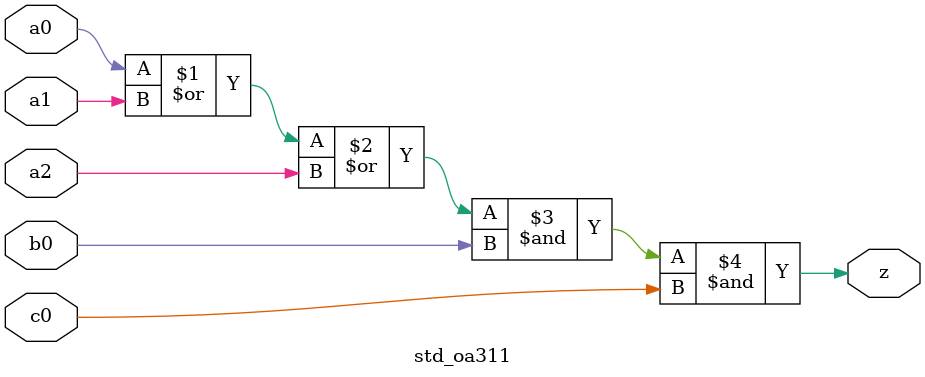
<source format=sv>

module std_oa311 #(parameter DW = 1 ) // array width
(
	input [DW-1:0]  a0,
	input [DW-1:0]  a1,
	input [DW-1:0]  a2,
	input [DW-1:0]  b0,
	input [DW-1:0]  c0, 
	output [DW-1:0] z
);

assign z = (a0 | a1 | a2) & b0 & c0;

endmodule

</source>
